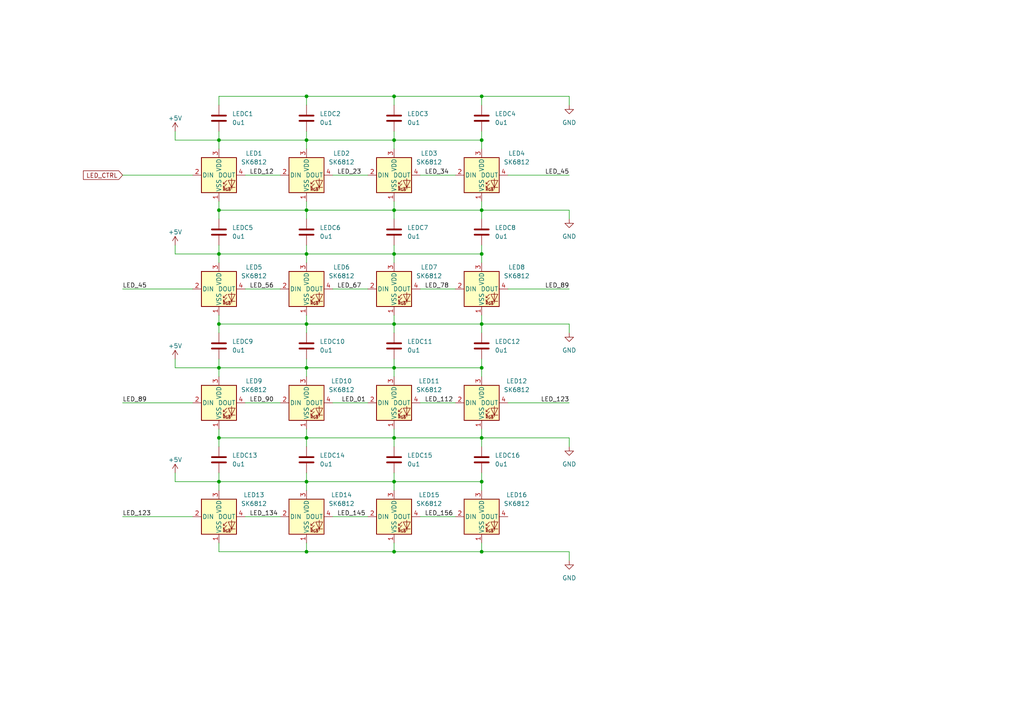
<source format=kicad_sch>
(kicad_sch (version 20250114) (generator "eeschema") (generator_version "9.0")
  (paper "A4")
  (lib_symbols
    (symbol "Device:C" (pin_numbers (hide yes)) (pin_names (offset 0.254))
      (property "Reference" "C" (at 0.635 2.54 0))
      (property "Value" "C" (at 0.635 -2.54 0))
      (symbol "C_0_1"
        (polyline (pts (xy -2.032 0.762) (xy 2.032 0.762)) (stroke (width 0.508)))
        (polyline (pts (xy -2.032 -0.762) (xy 2.032 -0.762)) (stroke (width 0.508)))
      )
      (symbol "C_1_1"
        (pin passive line (at 0 3.81 270) (length 2.794) (name "~") (number "1"))
        (pin passive line (at 0 -3.81 90) (length 2.794) (name "~") (number "2"))
      )
    )
    (symbol "LED:SK6812" (pin_names (offset 0.254))
      (property "Reference" "D" (at 5.08 5.715 0))
      (property "Value" "SK6812" (at 1.27 -5.715 0))
      (symbol "SK6812_0_0"
        (text "RGB" (at 2.286 -4.191 0) (effects (font (size 0.762 0.762))))
      )
      (symbol "SK6812_0_1"
        (polyline (pts (xy 1.27 -2.54) (xy 1.778 -2.54)))
        (polyline (pts (xy 1.27 -3.556) (xy 1.778 -3.556)))
        (polyline (pts (xy 2.286 -1.524) (xy 1.27 -2.54) (xy 1.27 -2.032)))
        (polyline (pts (xy 2.286 -2.54) (xy 1.27 -3.556) (xy 1.27 -3.048)))
        (polyline (pts (xy 3.683 -1.016) (xy 3.683 -3.556) (xy 3.683 -4.064)))
        (polyline (pts (xy 4.699 -1.524) (xy 2.667 -1.524) (xy 3.683 -3.556) (xy 4.699 -1.524)))
        (polyline (pts (xy 4.699 -3.556) (xy 2.667 -3.556)))
        (rectangle (start 5.08 5.08) (end -5.08 -5.08) (stroke (width 0.254)) (fill (type background)))
      )
      (symbol "SK6812_1_1"
        (pin input line (at -7.62 0 0) (length 2.54) (name "DIN") (number "2"))
        (pin power_in line (at 0 7.62 270) (length 2.54) (name "VDD") (number "3"))
        (pin power_in line (at 0 -7.62 90) (length 2.54) (name "VSS") (number "1"))
        (pin output line (at 7.62 0 180) (length 2.54) (name "DOUT") (number "4"))
      )
    )
    (symbol "power:+5V" (power) (pin_names (offset 0))
      (property "Value" "+5V" (at 0 3.556 0))
      (symbol "+5V_0_1"
        (polyline (pts (xy -0.762 1.27) (xy 0 2.54)))
        (polyline (pts (xy 0 2.54) (xy 0.762 1.27)))
        (polyline (pts (xy 0 0) (xy 0 2.54)))
      )
      (symbol "+5V_1_1"
        (pin power_in line (at 0 0 90) (length 0) (hide yes) (name "+5V") (number "1"))
      )
    )
    (symbol "power:GND" (power) (pin_names (offset 0))
      (property "Value" "GND" (at 0 -3.81 0))
      (symbol "GND_0_1"
        (polyline (pts (xy 0 0) (xy 0 -1.27) (xy 1.27 -1.27) (xy 0 -2.54) (xy -1.27 -1.27) (xy 0 -1.27)))
      )
      (symbol "GND_1_1"
        (pin power_in line (at 0 0 270) (length 0) (hide yes) (name "GND") (number "1"))
      )
    )
  )
  (junction (at 114.3 127))
  (junction (at 88.9 60.96))
  (junction (at 114.3 73.66))
  (junction (at 63.5 60.96))
  (junction (at 63.5 40.64))
  (junction (at 63.5 127))
  (junction (at 114.3 60.96))
  (junction (at 88.9 40.64))
  (junction (at 114.3 160.02))
  (junction (at 114.3 40.64))
  (junction (at 139.7 60.96))
  (junction (at 88.9 106.68))
  (junction (at 139.7 106.68))
  (junction (at 63.5 106.68))
  (junction (at 139.7 73.66))
  (junction (at 139.7 127))
  (junction (at 114.3 139.7))
  (junction (at 88.9 160.02))
  (junction (at 114.3 27.94))
  (junction (at 139.7 27.94))
  (junction (at 114.3 106.68))
  (junction (at 114.3 93.98))
  (junction (at 88.9 73.66))
  (junction (at 88.9 27.94))
  (junction (at 63.5 93.98))
  (junction (at 88.9 139.7))
  (junction (at 139.7 139.7))
  (junction (at 139.7 40.64))
  (junction (at 139.7 93.98))
  (junction (at 88.9 93.98))
  (junction (at 139.7 160.02))
  (junction (at 63.5 139.7))
  (junction (at 88.9 127))
  (junction (at 63.5 73.66))
  (wire (pts (xy 114.3 106.68) (xy 139.7 106.68)))
  (wire (pts (xy 139.7 60.96) (xy 139.7 63.5)))
  (wire (pts (xy 114.3 73.66) (xy 139.7 73.66)))
  (wire (pts (xy 165.1 27.94) (xy 165.1 30.48)))
  (wire (pts (xy 139.7 106.68) (xy 139.7 109.22)))
  (wire (pts (xy 88.9 71.12) (xy 88.9 73.66)))
  (wire (pts (xy 114.3 137.16) (xy 114.3 139.7)))
  (wire (pts (xy 88.9 139.7) (xy 88.9 142.24)))
  (wire (pts (xy 114.3 60.96) (xy 139.7 60.96)))
  (wire (pts (xy 63.5 104.14) (xy 63.5 106.68)))
  (wire (pts (xy 63.5 106.68) (xy 63.5 109.22)))
  (wire (pts (xy 139.7 93.98) (xy 139.7 96.52)))
  (wire (pts (xy 35.56 50.8) (xy 55.88 50.8)))
  (wire (pts (xy 63.5 139.7) (xy 50.8 139.7)))
  (wire (pts (xy 63.5 127) (xy 63.5 129.54)))
  (wire (pts (xy 88.9 127) (xy 114.3 127)))
  (wire (pts (xy 63.5 40.64) (xy 88.9 40.64)))
  (wire (pts (xy 63.5 127) (xy 88.9 127)))
  (wire (pts (xy 88.9 106.68) (xy 114.3 106.68)))
  (wire (pts (xy 88.9 38.1) (xy 88.9 40.64)))
  (wire (pts (xy 139.7 160.02) (xy 165.1 160.02)))
  (wire (pts (xy 139.7 38.1) (xy 139.7 40.64)))
  (wire (pts (xy 139.7 73.66) (xy 139.7 76.2)))
  (wire (pts (xy 114.3 60.96) (xy 114.3 63.5)))
  (wire (pts (xy 96.52 83.82) (xy 106.68 83.82)))
  (wire (pts (xy 114.3 106.68) (xy 114.3 109.22)))
  (wire (pts (xy 88.9 73.66) (xy 114.3 73.66)))
  (wire (pts (xy 63.5 73.66) (xy 88.9 73.66)))
  (wire (pts (xy 63.5 93.98) (xy 88.9 93.98)))
  (wire (pts (xy 71.12 50.8) (xy 81.28 50.8)))
  (wire (pts (xy 114.3 73.66) (xy 114.3 76.2)))
  (wire (pts (xy 165.1 93.98) (xy 165.1 96.52)))
  (wire (pts (xy 114.3 139.7) (xy 139.7 139.7)))
  (wire (pts (xy 121.92 149.86) (xy 132.08 149.86)))
  (wire (pts (xy 88.9 124.46) (xy 88.9 127)))
  (wire (pts (xy 63.5 38.1) (xy 63.5 40.64)))
  (wire (pts (xy 139.7 40.64) (xy 139.7 43.18)))
  (wire (pts (xy 114.3 93.98) (xy 139.7 93.98)))
  (wire (pts (xy 139.7 160.02) (xy 114.3 160.02)))
  (wire (pts (xy 139.7 157.48) (xy 139.7 160.02)))
  (wire (pts (xy 139.7 60.96) (xy 165.1 60.96)))
  (wire (pts (xy 88.9 160.02) (xy 88.9 157.48)))
  (wire (pts (xy 63.5 160.02) (xy 63.5 157.48)))
  (wire (pts (xy 114.3 124.46) (xy 114.3 127)))
  (wire (pts (xy 139.7 93.98) (xy 165.1 93.98)))
  (wire (pts (xy 147.32 83.82) (xy 165.1 83.82)))
  (wire (pts (xy 139.7 139.7) (xy 139.7 142.24)))
  (wire (pts (xy 139.7 58.42) (xy 139.7 60.96)))
  (wire (pts (xy 114.3 58.42) (xy 114.3 60.96)))
  (wire (pts (xy 50.8 106.68) (xy 50.8 104.14)))
  (wire (pts (xy 96.52 50.8) (xy 106.68 50.8)))
  (wire (pts (xy 88.9 93.98) (xy 114.3 93.98)))
  (wire (pts (xy 114.3 160.02) (xy 114.3 157.48)))
  (wire (pts (xy 63.5 71.12) (xy 63.5 73.66)))
  (wire (pts (xy 88.9 60.96) (xy 114.3 60.96)))
  (wire (pts (xy 114.3 91.44) (xy 114.3 93.98)))
  (wire (pts (xy 63.5 124.46) (xy 63.5 127)))
  (wire (pts (xy 63.5 137.16) (xy 63.5 139.7)))
  (wire (pts (xy 63.5 106.68) (xy 50.8 106.68)))
  (wire (pts (xy 88.9 40.64) (xy 114.3 40.64)))
  (wire (pts (xy 88.9 106.68) (xy 88.9 109.22)))
  (wire (pts (xy 139.7 71.12) (xy 139.7 73.66)))
  (wire (pts (xy 88.9 40.64) (xy 88.9 43.18)))
  (wire (pts (xy 114.3 71.12) (xy 114.3 73.66)))
  (wire (pts (xy 71.12 116.84) (xy 81.28 116.84)))
  (wire (pts (xy 121.92 83.82) (xy 132.08 83.82)))
  (wire (pts (xy 114.3 127) (xy 139.7 127)))
  (wire (pts (xy 96.52 116.84) (xy 106.68 116.84)))
  (wire (pts (xy 139.7 127) (xy 165.1 127)))
  (wire (pts (xy 139.7 27.94) (xy 139.7 30.48)))
  (wire (pts (xy 88.9 139.7) (xy 114.3 139.7)))
  (wire (pts (xy 139.7 104.14) (xy 139.7 106.68)))
  (wire (pts (xy 50.8 40.64) (xy 50.8 38.1)))
  (wire (pts (xy 88.9 160.02) (xy 63.5 160.02)))
  (wire (pts (xy 88.9 60.96) (xy 88.9 63.5)))
  (wire (pts (xy 114.3 93.98) (xy 114.3 96.52)))
  (wire (pts (xy 63.5 139.7) (xy 88.9 139.7)))
  (wire (pts (xy 63.5 40.64) (xy 63.5 43.18)))
  (wire (pts (xy 88.9 104.14) (xy 88.9 106.68)))
  (wire (pts (xy 96.52 149.86) (xy 106.68 149.86)))
  (wire (pts (xy 88.9 73.66) (xy 88.9 76.2)))
  (wire (pts (xy 88.9 91.44) (xy 88.9 93.98)))
  (wire (pts (xy 165.1 127) (xy 165.1 129.54)))
  (wire (pts (xy 63.5 40.64) (xy 50.8 40.64)))
  (wire (pts (xy 88.9 58.42) (xy 88.9 60.96)))
  (wire (pts (xy 63.5 60.96) (xy 88.9 60.96)))
  (wire (pts (xy 35.56 116.84) (xy 55.88 116.84)))
  (wire (pts (xy 121.92 116.84) (xy 132.08 116.84)))
  (wire (pts (xy 50.8 73.66) (xy 50.8 71.12)))
  (wire (pts (xy 63.5 27.94) (xy 88.9 27.94)))
  (wire (pts (xy 63.5 91.44) (xy 63.5 93.98)))
  (wire (pts (xy 114.3 27.94) (xy 139.7 27.94)))
  (wire (pts (xy 63.5 60.96) (xy 63.5 63.5)))
  (wire (pts (xy 114.3 38.1) (xy 114.3 40.64)))
  (wire (pts (xy 88.9 27.94) (xy 88.9 30.48)))
  (wire (pts (xy 147.32 116.84) (xy 165.1 116.84)))
  (wire (pts (xy 35.56 149.86) (xy 55.88 149.86)))
  (wire (pts (xy 63.5 58.42) (xy 63.5 60.96)))
  (wire (pts (xy 63.5 73.66) (xy 50.8 73.66)))
  (wire (pts (xy 63.5 93.98) (xy 63.5 96.52)))
  (wire (pts (xy 139.7 124.46) (xy 139.7 127)))
  (wire (pts (xy 114.3 139.7) (xy 114.3 142.24)))
  (wire (pts (xy 88.9 93.98) (xy 88.9 96.52)))
  (wire (pts (xy 50.8 139.7) (xy 50.8 137.16)))
  (wire (pts (xy 35.56 83.82) (xy 55.88 83.82)))
  (wire (pts (xy 121.92 50.8) (xy 132.08 50.8)))
  (wire (pts (xy 165.1 160.02) (xy 165.1 162.56)))
  (wire (pts (xy 88.9 127) (xy 88.9 129.54)))
  (wire (pts (xy 114.3 40.64) (xy 139.7 40.64)))
  (wire (pts (xy 114.3 160.02) (xy 88.9 160.02)))
  (wire (pts (xy 139.7 27.94) (xy 165.1 27.94)))
  (wire (pts (xy 139.7 91.44) (xy 139.7 93.98)))
  (wire (pts (xy 63.5 106.68) (xy 88.9 106.68)))
  (wire (pts (xy 114.3 27.94) (xy 114.3 30.48)))
  (wire (pts (xy 139.7 127) (xy 139.7 129.54)))
  (wire (pts (xy 114.3 127) (xy 114.3 129.54)))
  (wire (pts (xy 88.9 137.16) (xy 88.9 139.7)))
  (wire (pts (xy 71.12 83.82) (xy 81.28 83.82)))
  (wire (pts (xy 63.5 73.66) (xy 63.5 76.2)))
  (wire (pts (xy 114.3 104.14) (xy 114.3 106.68)))
  (wire (pts (xy 71.12 149.86) (xy 81.28 149.86)))
  (wire (pts (xy 63.5 139.7) (xy 63.5 142.24)))
  (wire (pts (xy 88.9 27.94) (xy 114.3 27.94)))
  (wire (pts (xy 147.32 50.8) (xy 165.1 50.8)))
  (wire (pts (xy 139.7 137.16) (xy 139.7 139.7)))
  (wire (pts (xy 165.1 60.96) (xy 165.1 63.5)))
  (wire (pts (xy 114.3 40.64) (xy 114.3 43.18)))
  (wire (pts (xy 63.5 30.48) (xy 63.5 27.94)))
  (label "LED_90" (at 72.39 116.84 0))
  (label "LED_112" (at 123.19 116.84 0))
  (label "LED_89" (at 165.1 83.82 180))
  (label "LED_156" (at 123.19 149.86 0))
  (label "LED_123" (at 35.56 149.86 0))
  (label "LED_12" (at 72.39 50.8 0))
  (label "LED_145" (at 97.79 149.86 0))
  (label "LED_23" (at 97.79 50.8 0))
  (label "LED_123" (at 165.1 116.84 180))
  (label "LED_89" (at 35.56 116.84 0))
  (label "LED_78" (at 123.19 83.82 0))
  (label "LED_45" (at 35.56 83.82 0))
  (label "LED_67" (at 97.79 83.82 0))
  (label "LED_45" (at 165.1 50.8 180))
  (label "LED_34" (at 123.19 50.8 0))
  (label "LED_01" (at 99.06 116.84 0))
  (label "LED_56" (at 72.39 83.82 0))
  (label "LED_134" (at 72.39 149.86 0))
  (global_label "LED_CTRL" (shape input) (at 35.56 50.8 180) (property "Intersheetrefs" "${INTERSHEET_REFS}" (effects (hide yes))))
  (symbol (lib_id "LED:SK6812") (at 139.7 50.8 0) (unit 1)
    (property "Reference" "LED4" (at 149.86 44.4814 0))
    (property "Value" "SK6812" (at 149.86 47.0214 0))
    (property "Footprint" "Macropad_Custom:LED_SK6812_PLCC4_5.0x5.0mm_P3.2mm_ThroughPCB" (effects (hide yes)))
    (property "Datasheet" "https://cdn-shop.adafruit.com/product-files/1138/SK6812+LED+datasheet+.pdf" (effects (hide yes)))
    (property "Description" "RGB LED with integrated controller" (effects (hide yes)))
  )
  (symbol (lib_id "power:GND") (at 165.1 30.48 0) (unit 1)
    (property "Reference" "#PWR015" (effects (hide yes)))
    (property "Value" "GND" (at 165.1 35.56 0))
  )
  (symbol (lib_id "LED:SK6812") (at 139.7 116.84 0) (unit 1)
    (property "Reference" "LED12" (at 149.86 110.5214 0))
    (property "Value" "SK6812" (at 149.86 113.0614 0))
    (property "Footprint" "Macropad_Custom:LED_SK6812_PLCC4_5.0x5.0mm_P3.2mm_ThroughPCB" (effects (hide yes)))
    (property "Datasheet" "https://cdn-shop.adafruit.com/product-files/1138/SK6812+LED+datasheet+.pdf" (effects (hide yes)))
    (property "Description" "RGB LED with integrated controller" (effects (hide yes)))
  )
  (symbol (lib_id "Device:C") (at 63.5 67.31 0) (unit 1)
    (property "Reference" "LEDC5" (at 67.31 66.0399 0) (effects (justify left)))
    (property "Value" "0u1" (at 67.31 68.5799 0) (effects (justify left)))
    (property "Footprint" "Capacitor_SMD:C_1206_3216Metric_Pad1.33x1.80mm_HandSolder" (effects (hide yes)))
    (property "Description" "Unpolarized capacitor" (effects (hide yes)))
  )
  (symbol (lib_id "LED:SK6812") (at 63.5 50.8 0) (unit 1)
    (property "Reference" "LED1" (at 73.66 44.4814 0))
    (property "Value" "SK6812" (at 73.66 47.0214 0))
    (property "Footprint" "Macropad_Custom:LED_SK6812_PLCC4_5.0x5.0mm_P3.2mm_ThroughPCB" (effects (hide yes)))
    (property "Datasheet" "https://cdn-shop.adafruit.com/product-files/1138/SK6812+LED+datasheet+.pdf" (effects (hide yes)))
    (property "Description" "RGB LED with integrated controller" (effects (hide yes)))
  )
  (symbol (lib_id "power:+5V") (at 50.8 104.14 0) (unit 1)
    (property "Reference" "#PWR013" (effects (hide yes)))
    (property "Value" "+5V" (at 50.8 100.33 0))
  )
  (symbol (lib_id "Device:C") (at 88.9 100.33 0) (unit 1)
    (property "Reference" "LEDC10" (at 92.71 99.0599 0) (effects (justify left)))
    (property "Value" "0u1" (at 92.71 101.5999 0) (effects (justify left)))
    (property "Footprint" "Capacitor_SMD:C_1206_3216Metric_Pad1.33x1.80mm_HandSolder" (effects (hide yes)))
    (property "Description" "Unpolarized capacitor" (effects (hide yes)))
  )
  (symbol (lib_id "power:GND") (at 165.1 63.5 0) (unit 1)
    (property "Reference" "#PWR016" (effects (hide yes)))
    (property "Value" "GND" (at 165.1 68.58 0))
  )
  (symbol (lib_id "Device:C") (at 139.7 34.29 0) (unit 1)
    (property "Reference" "LEDC4" (at 143.51 33.0199 0) (effects (justify left)))
    (property "Value" "0u1" (at 143.51 35.5599 0) (effects (justify left)))
    (property "Footprint" "Capacitor_SMD:C_1206_3216Metric_Pad1.33x1.80mm_HandSolder" (effects (hide yes)))
    (property "Description" "Unpolarized capacitor" (effects (hide yes)))
  )
  (symbol (lib_id "Device:C") (at 114.3 133.35 0) (unit 1)
    (property "Reference" "LEDC15" (at 118.11 132.0799 0) (effects (justify left)))
    (property "Value" "0u1" (at 118.11 134.6199 0) (effects (justify left)))
    (property "Footprint" "Capacitor_SMD:C_1206_3216Metric_Pad1.33x1.80mm_HandSolder" (effects (hide yes)))
    (property "Description" "Unpolarized capacitor" (effects (hide yes)))
  )
  (symbol (lib_id "Device:C") (at 114.3 34.29 0) (unit 1)
    (property "Reference" "LEDC3" (at 118.11 33.0199 0) (effects (justify left)))
    (property "Value" "0u1" (at 118.11 35.5599 0) (effects (justify left)))
    (property "Footprint" "Capacitor_SMD:C_1206_3216Metric_Pad1.33x1.80mm_HandSolder" (effects (hide yes)))
    (property "Description" "Unpolarized capacitor" (effects (hide yes)))
  )
  (symbol (lib_id "Device:C") (at 63.5 133.35 0) (unit 1)
    (property "Reference" "LEDC13" (at 67.31 132.0799 0) (effects (justify left)))
    (property "Value" "0u1" (at 67.31 134.6199 0) (effects (justify left)))
    (property "Footprint" "Capacitor_SMD:C_1206_3216Metric_Pad1.33x1.80mm_HandSolder" (effects (hide yes)))
    (property "Description" "Unpolarized capacitor" (effects (hide yes)))
  )
  (symbol (lib_id "Device:C") (at 88.9 133.35 0) (unit 1)
    (property "Reference" "LEDC14" (at 92.71 132.0799 0) (effects (justify left)))
    (property "Value" "0u1" (at 92.71 134.6199 0) (effects (justify left)))
    (property "Footprint" "Capacitor_SMD:C_1206_3216Metric_Pad1.33x1.80mm_HandSolder" (effects (hide yes)))
    (property "Description" "Unpolarized capacitor" (effects (hide yes)))
  )
  (symbol (lib_id "LED:SK6812") (at 114.3 50.8 0) (unit 1)
    (property "Reference" "LED3" (at 124.46 44.4814 0))
    (property "Value" "SK6812" (at 124.46 47.0214 0))
    (property "Footprint" "Macropad_Custom:LED_SK6812_PLCC4_5.0x5.0mm_P3.2mm_ThroughPCB" (effects (hide yes)))
    (property "Datasheet" "https://cdn-shop.adafruit.com/product-files/1138/SK6812+LED+datasheet+.pdf" (effects (hide yes)))
    (property "Description" "RGB LED with integrated controller" (effects (hide yes)))
  )
  (symbol (lib_id "Device:C") (at 88.9 34.29 0) (unit 1)
    (property "Reference" "LEDC2" (at 92.71 33.0199 0) (effects (justify left)))
    (property "Value" "0u1" (at 92.71 35.5599 0) (effects (justify left)))
    (property "Footprint" "Capacitor_SMD:C_1206_3216Metric_Pad1.33x1.80mm_HandSolder" (effects (hide yes)))
    (property "Description" "Unpolarized capacitor" (effects (hide yes)))
  )
  (symbol (lib_id "power:+5V") (at 50.8 38.1 0) (unit 1)
    (property "Reference" "#PWR011" (effects (hide yes)))
    (property "Value" "+5V" (at 50.8 34.29 0))
  )
  (symbol (lib_id "Device:C") (at 63.5 100.33 0) (unit 1)
    (property "Reference" "LEDC9" (at 67.31 99.0599 0) (effects (justify left)))
    (property "Value" "0u1" (at 67.31 101.5999 0) (effects (justify left)))
    (property "Footprint" "Capacitor_SMD:C_1206_3216Metric_Pad1.33x1.80mm_HandSolder" (effects (hide yes)))
    (property "Description" "Unpolarized capacitor" (effects (hide yes)))
  )
  (symbol (lib_id "Device:C") (at 139.7 100.33 0) (unit 1)
    (property "Reference" "LEDC12" (at 143.51 99.0599 0) (effects (justify left)))
    (property "Value" "0u1" (at 143.51 101.5999 0) (effects (justify left)))
    (property "Footprint" "Capacitor_SMD:C_1206_3216Metric_Pad1.33x1.80mm_HandSolder" (effects (hide yes)))
    (property "Description" "Unpolarized capacitor" (effects (hide yes)))
  )
  (symbol (lib_id "Device:C") (at 139.7 67.31 0) (unit 1)
    (property "Reference" "LEDC8" (at 143.51 66.0399 0) (effects (justify left)))
    (property "Value" "0u1" (at 143.51 68.5799 0) (effects (justify left)))
    (property "Footprint" "Capacitor_SMD:C_1206_3216Metric_Pad1.33x1.80mm_HandSolder" (effects (hide yes)))
    (property "Description" "Unpolarized capacitor" (effects (hide yes)))
  )
  (symbol (lib_id "LED:SK6812") (at 88.9 116.84 0) (unit 1)
    (property "Reference" "LED10" (at 99.06 110.5214 0))
    (property "Value" "SK6812" (at 99.06 113.0614 0))
    (property "Footprint" "Macropad_Custom:LED_SK6812_PLCC4_5.0x5.0mm_P3.2mm_ThroughPCB" (effects (hide yes)))
    (property "Datasheet" "https://cdn-shop.adafruit.com/product-files/1138/SK6812+LED+datasheet+.pdf" (effects (hide yes)))
    (property "Description" "RGB LED with integrated controller" (effects (hide yes)))
  )
  (symbol (lib_id "Device:C") (at 88.9 67.31 0) (unit 1)
    (property "Reference" "LEDC6" (at 92.71 66.0399 0) (effects (justify left)))
    (property "Value" "0u1" (at 92.71 68.5799 0) (effects (justify left)))
    (property "Footprint" "Capacitor_SMD:C_1206_3216Metric_Pad1.33x1.80mm_HandSolder" (effects (hide yes)))
    (property "Description" "Unpolarized capacitor" (effects (hide yes)))
  )
  (symbol (lib_id "power:GND") (at 165.1 162.56 0) (unit 1)
    (property "Reference" "#PWR019" (effects (hide yes)))
    (property "Value" "GND" (at 165.1 167.64 0))
  )
  (symbol (lib_id "power:GND") (at 165.1 129.54 0) (unit 1)
    (property "Reference" "#PWR018" (effects (hide yes)))
    (property "Value" "GND" (at 165.1 134.62 0))
  )
  (symbol (lib_id "Device:C") (at 114.3 67.31 0) (unit 1)
    (property "Reference" "LEDC7" (at 118.11 66.0399 0) (effects (justify left)))
    (property "Value" "0u1" (at 118.11 68.5799 0) (effects (justify left)))
    (property "Footprint" "Capacitor_SMD:C_1206_3216Metric_Pad1.33x1.80mm_HandSolder" (effects (hide yes)))
    (property "Description" "Unpolarized capacitor" (effects (hide yes)))
  )
  (symbol (lib_id "LED:SK6812") (at 114.3 83.82 0) (unit 1)
    (property "Reference" "LED7" (at 124.46 77.5014 0))
    (property "Value" "SK6812" (at 124.46 80.0414 0))
    (property "Footprint" "Macropad_Custom:LED_SK6812_PLCC4_5.0x5.0mm_P3.2mm_ThroughPCB" (effects (hide yes)))
    (property "Datasheet" "https://cdn-shop.adafruit.com/product-files/1138/SK6812+LED+datasheet+.pdf" (effects (hide yes)))
    (property "Description" "RGB LED with integrated controller" (effects (hide yes)))
  )
  (symbol (lib_id "LED:SK6812") (at 114.3 149.86 0) (unit 1)
    (property "Reference" "LED15" (at 124.46 143.5414 0))
    (property "Value" "SK6812" (at 124.46 146.0814 0))
    (property "Footprint" "Macropad_Custom:LED_SK6812_PLCC4_5.0x5.0mm_P3.2mm_ThroughPCB" (effects (hide yes)))
    (property "Datasheet" "https://cdn-shop.adafruit.com/product-files/1138/SK6812+LED+datasheet+.pdf" (effects (hide yes)))
    (property "Description" "RGB LED with integrated controller" (effects (hide yes)))
  )
  (symbol (lib_id "LED:SK6812") (at 139.7 149.86 0) (unit 1)
    (property "Reference" "LED16" (at 149.86 143.5414 0))
    (property "Value" "SK6812" (at 149.86 146.0814 0))
    (property "Footprint" "Macropad_Custom:LED_SK6812_PLCC4_5.0x5.0mm_P3.2mm_ThroughPCB" (effects (hide yes)))
    (property "Datasheet" "https://cdn-shop.adafruit.com/product-files/1138/SK6812+LED+datasheet+.pdf" (effects (hide yes)))
    (property "Description" "RGB LED with integrated controller" (effects (hide yes)))
  )
  (symbol (lib_id "LED:SK6812") (at 88.9 50.8 0) (unit 1)
    (property "Reference" "LED2" (at 99.06 44.4814 0))
    (property "Value" "SK6812" (at 99.06 47.0214 0))
    (property "Footprint" "Macropad_Custom:LED_SK6812_PLCC4_5.0x5.0mm_P3.2mm_ThroughPCB" (effects (hide yes)))
    (property "Datasheet" "https://cdn-shop.adafruit.com/product-files/1138/SK6812+LED+datasheet+.pdf" (effects (hide yes)))
    (property "Description" "RGB LED with integrated controller" (effects (hide yes)))
  )
  (symbol (lib_id "LED:SK6812") (at 63.5 116.84 0) (unit 1)
    (property "Reference" "LED9" (at 73.66 110.5214 0))
    (property "Value" "SK6812" (at 73.66 113.0614 0))
    (property "Footprint" "Macropad_Custom:LED_SK6812_PLCC4_5.0x5.0mm_P3.2mm_ThroughPCB" (effects (hide yes)))
    (property "Datasheet" "https://cdn-shop.adafruit.com/product-files/1138/SK6812+LED+datasheet+.pdf" (effects (hide yes)))
    (property "Description" "RGB LED with integrated controller" (effects (hide yes)))
  )
  (symbol (lib_id "power:+5V") (at 50.8 71.12 0) (unit 1)
    (property "Reference" "#PWR012" (effects (hide yes)))
    (property "Value" "+5V" (at 50.8 67.31 0))
  )
  (symbol (lib_id "Device:C") (at 114.3 100.33 0) (unit 1)
    (property "Reference" "LEDC11" (at 118.11 99.0599 0) (effects (justify left)))
    (property "Value" "0u1" (at 118.11 101.5999 0) (effects (justify left)))
    (property "Footprint" "Capacitor_SMD:C_1206_3216Metric_Pad1.33x1.80mm_HandSolder" (effects (hide yes)))
    (property "Description" "Unpolarized capacitor" (effects (hide yes)))
  )
  (symbol (lib_id "power:GND") (at 165.1 96.52 0) (unit 1)
    (property "Reference" "#PWR017" (effects (hide yes)))
    (property "Value" "GND" (at 165.1 101.6 0))
  )
  (symbol (lib_id "LED:SK6812") (at 88.9 149.86 0) (unit 1)
    (property "Reference" "LED14" (at 99.06 143.5414 0))
    (property "Value" "SK6812" (at 99.06 146.0814 0))
    (property "Footprint" "Macropad_Custom:LED_SK6812_PLCC4_5.0x5.0mm_P3.2mm_ThroughPCB" (effects (hide yes)))
    (property "Datasheet" "https://cdn-shop.adafruit.com/product-files/1138/SK6812+LED+datasheet+.pdf" (effects (hide yes)))
    (property "Description" "RGB LED with integrated controller" (effects (hide yes)))
  )
  (symbol (lib_id "Device:C") (at 139.7 133.35 0) (unit 1)
    (property "Reference" "LEDC16" (at 143.51 132.0799 0) (effects (justify left)))
    (property "Value" "0u1" (at 143.51 134.6199 0) (effects (justify left)))
    (property "Footprint" "Capacitor_SMD:C_1206_3216Metric_Pad1.33x1.80mm_HandSolder" (effects (hide yes)))
    (property "Description" "Unpolarized capacitor" (effects (hide yes)))
  )
  (symbol (lib_id "LED:SK6812") (at 63.5 83.82 0) (unit 1)
    (property "Reference" "LED5" (at 73.66 77.5014 0))
    (property "Value" "SK6812" (at 73.66 80.0414 0))
    (property "Footprint" "Macropad_Custom:LED_SK6812_PLCC4_5.0x5.0mm_P3.2mm_ThroughPCB" (effects (hide yes)))
    (property "Datasheet" "https://cdn-shop.adafruit.com/product-files/1138/SK6812+LED+datasheet+.pdf" (effects (hide yes)))
    (property "Description" "RGB LED with integrated controller" (effects (hide yes)))
  )
  (symbol (lib_id "power:+5V") (at 50.8 137.16 0) (unit 1)
    (property "Reference" "#PWR014" (effects (hide yes)))
    (property "Value" "+5V" (at 50.8 133.35 0))
  )
  (symbol (lib_id "LED:SK6812") (at 88.9 83.82 0) (unit 1)
    (property "Reference" "LED6" (at 99.06 77.5014 0))
    (property "Value" "SK6812" (at 99.06 80.0414 0))
    (property "Footprint" "Macropad_Custom:LED_SK6812_PLCC4_5.0x5.0mm_P3.2mm_ThroughPCB" (effects (hide yes)))
    (property "Datasheet" "https://cdn-shop.adafruit.com/product-files/1138/SK6812+LED+datasheet+.pdf" (effects (hide yes)))
    (property "Description" "RGB LED with integrated controller" (effects (hide yes)))
  )
  (symbol (lib_id "Device:C") (at 63.5 34.29 0) (unit 1)
    (property "Reference" "LEDC1" (at 67.31 33.0199 0) (effects (justify left)))
    (property "Value" "0u1" (at 67.31 35.5599 0) (effects (justify left)))
    (property "Footprint" "Capacitor_SMD:C_1206_3216Metric_Pad1.33x1.80mm_HandSolder" (effects (hide yes)))
    (property "Description" "Unpolarized capacitor" (effects (hide yes)))
  )
  (symbol (lib_id "LED:SK6812") (at 139.7 83.82 0) (unit 1)
    (property "Reference" "LED8" (at 149.86 77.5014 0))
    (property "Value" "SK6812" (at 149.86 80.0414 0))
    (property "Footprint" "Macropad_Custom:LED_SK6812_PLCC4_5.0x5.0mm_P3.2mm_ThroughPCB" (effects (hide yes)))
    (property "Datasheet" "https://cdn-shop.adafruit.com/product-files/1138/SK6812+LED+datasheet+.pdf" (effects (hide yes)))
    (property "Description" "RGB LED with integrated controller" (effects (hide yes)))
  )
  (symbol (lib_id "LED:SK6812") (at 63.5 149.86 0) (unit 1)
    (property "Reference" "LED13" (at 73.66 143.5414 0))
    (property "Value" "SK6812" (at 73.66 146.0814 0))
    (property "Footprint" "Macropad_Custom:LED_SK6812_PLCC4_5.0x5.0mm_P3.2mm_ThroughPCB" (effects (hide yes)))
    (property "Datasheet" "https://cdn-shop.adafruit.com/product-files/1138/SK6812+LED+datasheet+.pdf" (effects (hide yes)))
    (property "Description" "RGB LED with integrated controller" (effects (hide yes)))
  )
  (symbol (lib_id "LED:SK6812") (at 114.3 116.84 0) (unit 1)
    (property "Reference" "LED11" (at 124.46 110.5214 0))
    (property "Value" "SK6812" (at 124.46 113.0614 0))
    (property "Footprint" "Macropad_Custom:LED_SK6812_PLCC4_5.0x5.0mm_P3.2mm_ThroughPCB" (effects (hide yes)))
    (property "Datasheet" "https://cdn-shop.adafruit.com/product-files/1138/SK6812+LED+datasheet+.pdf" (effects (hide yes)))
    (property "Description" "RGB LED with integrated controller" (effects (hide yes)))
  )
)
</source>
